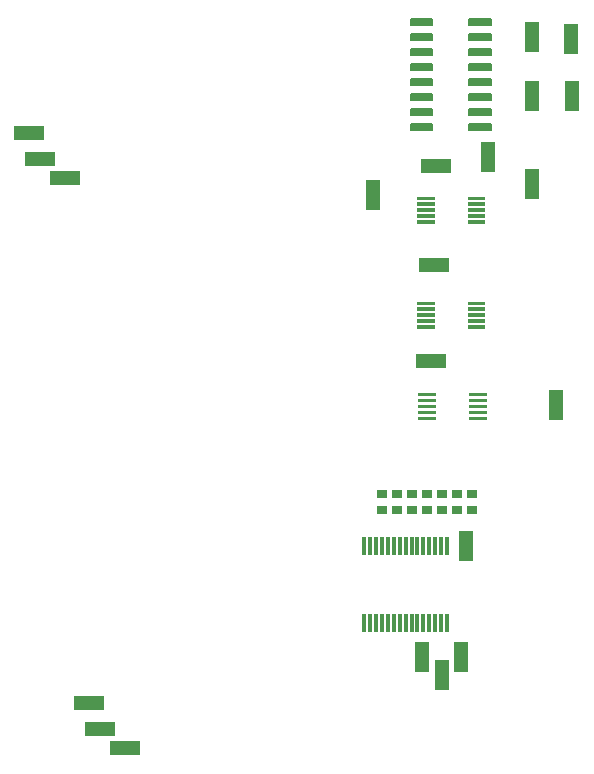
<source format=gbr>
G04 EAGLE Gerber RS-274X export*
G75*
%MOMM*%
%FSLAX34Y34*%
%LPD*%
%INSolderpaste Bottom*%
%IPPOS*%
%AMOC8*
5,1,8,0,0,1.08239X$1,22.5*%
G01*
%ADD10R,2.540000X1.270000*%
%ADD11R,0.900000X0.700000*%
%ADD12R,0.300000X1.500000*%
%ADD13R,1.270000X2.540000*%
%ADD14C,0.070000*%
%ADD15C,0.150000*%


D10*
X143510Y242570D03*
X121920Y259080D03*
X113030Y280670D03*
D11*
X424180Y444350D03*
X424180Y457350D03*
X436880Y444350D03*
X436880Y457350D03*
X373380Y444350D03*
X373380Y457350D03*
X386080Y444350D03*
X386080Y457350D03*
X360680Y444350D03*
X360680Y457350D03*
X398780Y444350D03*
X398780Y457350D03*
X411480Y444350D03*
X411480Y457350D03*
D12*
X346000Y413700D03*
X351000Y413700D03*
X356000Y413700D03*
X361000Y413700D03*
X366000Y413700D03*
X371000Y413700D03*
X376000Y413700D03*
X381000Y413700D03*
X386000Y413700D03*
X391000Y413700D03*
X396000Y413700D03*
X401000Y413700D03*
X406000Y413700D03*
X411000Y413700D03*
X416000Y413700D03*
X416000Y348300D03*
X411000Y348300D03*
X406000Y348300D03*
X401000Y348300D03*
X396000Y348300D03*
X391000Y348300D03*
X386000Y348300D03*
X381000Y348300D03*
X376000Y348300D03*
X371000Y348300D03*
X366000Y348300D03*
X361000Y348300D03*
X356000Y348300D03*
X351000Y348300D03*
X346000Y348300D03*
D13*
X431800Y414020D03*
X427990Y320040D03*
X411480Y304800D03*
X394970Y320040D03*
D14*
X433600Y709550D02*
X447600Y709550D01*
X447600Y707450D01*
X433600Y707450D01*
X433600Y709550D01*
X433600Y708115D02*
X447600Y708115D01*
X447600Y708780D02*
X433600Y708780D01*
X433600Y709445D02*
X447600Y709445D01*
X447600Y704550D02*
X433600Y704550D01*
X447600Y704550D02*
X447600Y702450D01*
X433600Y702450D01*
X433600Y704550D01*
X433600Y703115D02*
X447600Y703115D01*
X447600Y703780D02*
X433600Y703780D01*
X433600Y704445D02*
X447600Y704445D01*
X447600Y699550D02*
X433600Y699550D01*
X447600Y699550D02*
X447600Y697450D01*
X433600Y697450D01*
X433600Y699550D01*
X433600Y698115D02*
X447600Y698115D01*
X447600Y698780D02*
X433600Y698780D01*
X433600Y699445D02*
X447600Y699445D01*
X447600Y694550D02*
X433600Y694550D01*
X447600Y694550D02*
X447600Y692450D01*
X433600Y692450D01*
X433600Y694550D01*
X433600Y693115D02*
X447600Y693115D01*
X447600Y693780D02*
X433600Y693780D01*
X433600Y694445D02*
X447600Y694445D01*
X447600Y689550D02*
X433600Y689550D01*
X447600Y689550D02*
X447600Y687450D01*
X433600Y687450D01*
X433600Y689550D01*
X433600Y688115D02*
X447600Y688115D01*
X447600Y688780D02*
X433600Y688780D01*
X433600Y689445D02*
X447600Y689445D01*
X404600Y689550D02*
X390600Y689550D01*
X404600Y689550D02*
X404600Y687450D01*
X390600Y687450D01*
X390600Y689550D01*
X390600Y688115D02*
X404600Y688115D01*
X404600Y688780D02*
X390600Y688780D01*
X390600Y689445D02*
X404600Y689445D01*
X404600Y694550D02*
X390600Y694550D01*
X404600Y694550D02*
X404600Y692450D01*
X390600Y692450D01*
X390600Y694550D01*
X390600Y693115D02*
X404600Y693115D01*
X404600Y693780D02*
X390600Y693780D01*
X390600Y694445D02*
X404600Y694445D01*
X404600Y699550D02*
X390600Y699550D01*
X404600Y699550D02*
X404600Y697450D01*
X390600Y697450D01*
X390600Y699550D01*
X390600Y698115D02*
X404600Y698115D01*
X404600Y698780D02*
X390600Y698780D01*
X390600Y699445D02*
X404600Y699445D01*
X404600Y704550D02*
X390600Y704550D01*
X404600Y704550D02*
X404600Y702450D01*
X390600Y702450D01*
X390600Y704550D01*
X390600Y703115D02*
X404600Y703115D01*
X404600Y703780D02*
X390600Y703780D01*
X390600Y704445D02*
X404600Y704445D01*
X404600Y709550D02*
X390600Y709550D01*
X404600Y709550D02*
X404600Y707450D01*
X390600Y707450D01*
X390600Y709550D01*
X390600Y708115D02*
X404600Y708115D01*
X404600Y708780D02*
X390600Y708780D01*
X390600Y709445D02*
X404600Y709445D01*
X433600Y620650D02*
X447600Y620650D01*
X447600Y618550D01*
X433600Y618550D01*
X433600Y620650D01*
X433600Y619215D02*
X447600Y619215D01*
X447600Y619880D02*
X433600Y619880D01*
X433600Y620545D02*
X447600Y620545D01*
X447600Y615650D02*
X433600Y615650D01*
X447600Y615650D02*
X447600Y613550D01*
X433600Y613550D01*
X433600Y615650D01*
X433600Y614215D02*
X447600Y614215D01*
X447600Y614880D02*
X433600Y614880D01*
X433600Y615545D02*
X447600Y615545D01*
X447600Y610650D02*
X433600Y610650D01*
X447600Y610650D02*
X447600Y608550D01*
X433600Y608550D01*
X433600Y610650D01*
X433600Y609215D02*
X447600Y609215D01*
X447600Y609880D02*
X433600Y609880D01*
X433600Y610545D02*
X447600Y610545D01*
X447600Y605650D02*
X433600Y605650D01*
X447600Y605650D02*
X447600Y603550D01*
X433600Y603550D01*
X433600Y605650D01*
X433600Y604215D02*
X447600Y604215D01*
X447600Y604880D02*
X433600Y604880D01*
X433600Y605545D02*
X447600Y605545D01*
X447600Y600650D02*
X433600Y600650D01*
X447600Y600650D02*
X447600Y598550D01*
X433600Y598550D01*
X433600Y600650D01*
X433600Y599215D02*
X447600Y599215D01*
X447600Y599880D02*
X433600Y599880D01*
X433600Y600545D02*
X447600Y600545D01*
X404600Y600650D02*
X390600Y600650D01*
X404600Y600650D02*
X404600Y598550D01*
X390600Y598550D01*
X390600Y600650D01*
X390600Y599215D02*
X404600Y599215D01*
X404600Y599880D02*
X390600Y599880D01*
X390600Y600545D02*
X404600Y600545D01*
X404600Y605650D02*
X390600Y605650D01*
X404600Y605650D02*
X404600Y603550D01*
X390600Y603550D01*
X390600Y605650D01*
X390600Y604215D02*
X404600Y604215D01*
X404600Y604880D02*
X390600Y604880D01*
X390600Y605545D02*
X404600Y605545D01*
X404600Y610650D02*
X390600Y610650D01*
X404600Y610650D02*
X404600Y608550D01*
X390600Y608550D01*
X390600Y610650D01*
X390600Y609215D02*
X404600Y609215D01*
X404600Y609880D02*
X390600Y609880D01*
X390600Y610545D02*
X404600Y610545D01*
X404600Y615650D02*
X390600Y615650D01*
X404600Y615650D02*
X404600Y613550D01*
X390600Y613550D01*
X390600Y615650D01*
X390600Y614215D02*
X404600Y614215D01*
X404600Y614880D02*
X390600Y614880D01*
X390600Y615545D02*
X404600Y615545D01*
X404600Y620650D02*
X390600Y620650D01*
X404600Y620650D02*
X404600Y618550D01*
X390600Y618550D01*
X390600Y620650D01*
X390600Y619215D02*
X404600Y619215D01*
X404600Y619880D02*
X390600Y619880D01*
X390600Y620545D02*
X404600Y620545D01*
X434870Y543180D02*
X448870Y543180D01*
X448870Y541080D01*
X434870Y541080D01*
X434870Y543180D01*
X434870Y541745D02*
X448870Y541745D01*
X448870Y542410D02*
X434870Y542410D01*
X434870Y543075D02*
X448870Y543075D01*
X448870Y538180D02*
X434870Y538180D01*
X448870Y538180D02*
X448870Y536080D01*
X434870Y536080D01*
X434870Y538180D01*
X434870Y536745D02*
X448870Y536745D01*
X448870Y537410D02*
X434870Y537410D01*
X434870Y538075D02*
X448870Y538075D01*
X448870Y533180D02*
X434870Y533180D01*
X448870Y533180D02*
X448870Y531080D01*
X434870Y531080D01*
X434870Y533180D01*
X434870Y531745D02*
X448870Y531745D01*
X448870Y532410D02*
X434870Y532410D01*
X434870Y533075D02*
X448870Y533075D01*
X448870Y528180D02*
X434870Y528180D01*
X448870Y528180D02*
X448870Y526080D01*
X434870Y526080D01*
X434870Y528180D01*
X434870Y526745D02*
X448870Y526745D01*
X448870Y527410D02*
X434870Y527410D01*
X434870Y528075D02*
X448870Y528075D01*
X448870Y523180D02*
X434870Y523180D01*
X448870Y523180D02*
X448870Y521080D01*
X434870Y521080D01*
X434870Y523180D01*
X434870Y521745D02*
X448870Y521745D01*
X448870Y522410D02*
X434870Y522410D01*
X434870Y523075D02*
X448870Y523075D01*
X405870Y523180D02*
X391870Y523180D01*
X405870Y523180D02*
X405870Y521080D01*
X391870Y521080D01*
X391870Y523180D01*
X391870Y521745D02*
X405870Y521745D01*
X405870Y522410D02*
X391870Y522410D01*
X391870Y523075D02*
X405870Y523075D01*
X405870Y528180D02*
X391870Y528180D01*
X405870Y528180D02*
X405870Y526080D01*
X391870Y526080D01*
X391870Y528180D01*
X391870Y526745D02*
X405870Y526745D01*
X405870Y527410D02*
X391870Y527410D01*
X391870Y528075D02*
X405870Y528075D01*
X405870Y533180D02*
X391870Y533180D01*
X405870Y533180D02*
X405870Y531080D01*
X391870Y531080D01*
X391870Y533180D01*
X391870Y531745D02*
X405870Y531745D01*
X405870Y532410D02*
X391870Y532410D01*
X391870Y533075D02*
X405870Y533075D01*
X405870Y538180D02*
X391870Y538180D01*
X405870Y538180D02*
X405870Y536080D01*
X391870Y536080D01*
X391870Y538180D01*
X391870Y536745D02*
X405870Y536745D01*
X405870Y537410D02*
X391870Y537410D01*
X391870Y538075D02*
X405870Y538075D01*
X405870Y543180D02*
X391870Y543180D01*
X405870Y543180D02*
X405870Y541080D01*
X391870Y541080D01*
X391870Y543180D01*
X391870Y541745D02*
X405870Y541745D01*
X405870Y542410D02*
X391870Y542410D01*
X391870Y543075D02*
X405870Y543075D01*
D15*
X403450Y766100D02*
X385250Y766100D01*
X385250Y770600D01*
X403450Y770600D01*
X403450Y766100D01*
X403450Y767525D02*
X385250Y767525D01*
X385250Y768950D02*
X403450Y768950D01*
X403450Y770375D02*
X385250Y770375D01*
X385250Y778800D02*
X403450Y778800D01*
X385250Y778800D02*
X385250Y783300D01*
X403450Y783300D01*
X403450Y778800D01*
X403450Y780225D02*
X385250Y780225D01*
X385250Y781650D02*
X403450Y781650D01*
X403450Y783075D02*
X385250Y783075D01*
X385250Y791500D02*
X403450Y791500D01*
X385250Y791500D02*
X385250Y796000D01*
X403450Y796000D01*
X403450Y791500D01*
X403450Y792925D02*
X385250Y792925D01*
X385250Y794350D02*
X403450Y794350D01*
X403450Y795775D02*
X385250Y795775D01*
X385250Y804200D02*
X403450Y804200D01*
X385250Y804200D02*
X385250Y808700D01*
X403450Y808700D01*
X403450Y804200D01*
X403450Y805625D02*
X385250Y805625D01*
X385250Y807050D02*
X403450Y807050D01*
X403450Y808475D02*
X385250Y808475D01*
X385250Y816900D02*
X403450Y816900D01*
X385250Y816900D02*
X385250Y821400D01*
X403450Y821400D01*
X403450Y816900D01*
X403450Y818325D02*
X385250Y818325D01*
X385250Y819750D02*
X403450Y819750D01*
X403450Y821175D02*
X385250Y821175D01*
X385250Y829600D02*
X403450Y829600D01*
X385250Y829600D02*
X385250Y834100D01*
X403450Y834100D01*
X403450Y829600D01*
X403450Y831025D02*
X385250Y831025D01*
X385250Y832450D02*
X403450Y832450D01*
X403450Y833875D02*
X385250Y833875D01*
X385250Y842300D02*
X403450Y842300D01*
X385250Y842300D02*
X385250Y846800D01*
X403450Y846800D01*
X403450Y842300D01*
X403450Y843725D02*
X385250Y843725D01*
X385250Y845150D02*
X403450Y845150D01*
X403450Y846575D02*
X385250Y846575D01*
X385250Y855000D02*
X403450Y855000D01*
X385250Y855000D02*
X385250Y859500D01*
X403450Y859500D01*
X403450Y855000D01*
X403450Y856425D02*
X385250Y856425D01*
X385250Y857850D02*
X403450Y857850D01*
X403450Y859275D02*
X385250Y859275D01*
X434750Y855000D02*
X452950Y855000D01*
X434750Y855000D02*
X434750Y859500D01*
X452950Y859500D01*
X452950Y855000D01*
X452950Y856425D02*
X434750Y856425D01*
X434750Y857850D02*
X452950Y857850D01*
X452950Y859275D02*
X434750Y859275D01*
X434750Y842300D02*
X452950Y842300D01*
X434750Y842300D02*
X434750Y846800D01*
X452950Y846800D01*
X452950Y842300D01*
X452950Y843725D02*
X434750Y843725D01*
X434750Y845150D02*
X452950Y845150D01*
X452950Y846575D02*
X434750Y846575D01*
X434750Y829600D02*
X452950Y829600D01*
X434750Y829600D02*
X434750Y834100D01*
X452950Y834100D01*
X452950Y829600D01*
X452950Y831025D02*
X434750Y831025D01*
X434750Y832450D02*
X452950Y832450D01*
X452950Y833875D02*
X434750Y833875D01*
X434750Y816900D02*
X452950Y816900D01*
X434750Y816900D02*
X434750Y821400D01*
X452950Y821400D01*
X452950Y816900D01*
X452950Y818325D02*
X434750Y818325D01*
X434750Y819750D02*
X452950Y819750D01*
X452950Y821175D02*
X434750Y821175D01*
X434750Y804200D02*
X452950Y804200D01*
X434750Y804200D02*
X434750Y808700D01*
X452950Y808700D01*
X452950Y804200D01*
X452950Y805625D02*
X434750Y805625D01*
X434750Y807050D02*
X452950Y807050D01*
X452950Y808475D02*
X434750Y808475D01*
X434750Y791500D02*
X452950Y791500D01*
X434750Y791500D02*
X434750Y796000D01*
X452950Y796000D01*
X452950Y791500D01*
X452950Y792925D02*
X434750Y792925D01*
X434750Y794350D02*
X452950Y794350D01*
X452950Y795775D02*
X434750Y795775D01*
X434750Y778800D02*
X452950Y778800D01*
X434750Y778800D02*
X434750Y783300D01*
X452950Y783300D01*
X452950Y778800D01*
X452950Y780225D02*
X434750Y780225D01*
X434750Y781650D02*
X452950Y781650D01*
X452950Y783075D02*
X434750Y783075D01*
X434750Y766100D02*
X452950Y766100D01*
X434750Y766100D02*
X434750Y770600D01*
X452950Y770600D01*
X452950Y766100D01*
X452950Y767525D02*
X434750Y767525D01*
X434750Y768950D02*
X452950Y768950D01*
X452950Y770375D02*
X434750Y770375D01*
D13*
X487680Y720090D03*
X353060Y711200D03*
D10*
X406400Y735330D03*
X402590Y570230D03*
X405130Y651510D03*
D13*
X487680Y844550D03*
X520700Y843280D03*
X487680Y795020D03*
X521970Y795020D03*
X450850Y742950D03*
X508000Y533400D03*
D10*
X92710Y725170D03*
X71120Y741680D03*
X62230Y763270D03*
M02*

</source>
